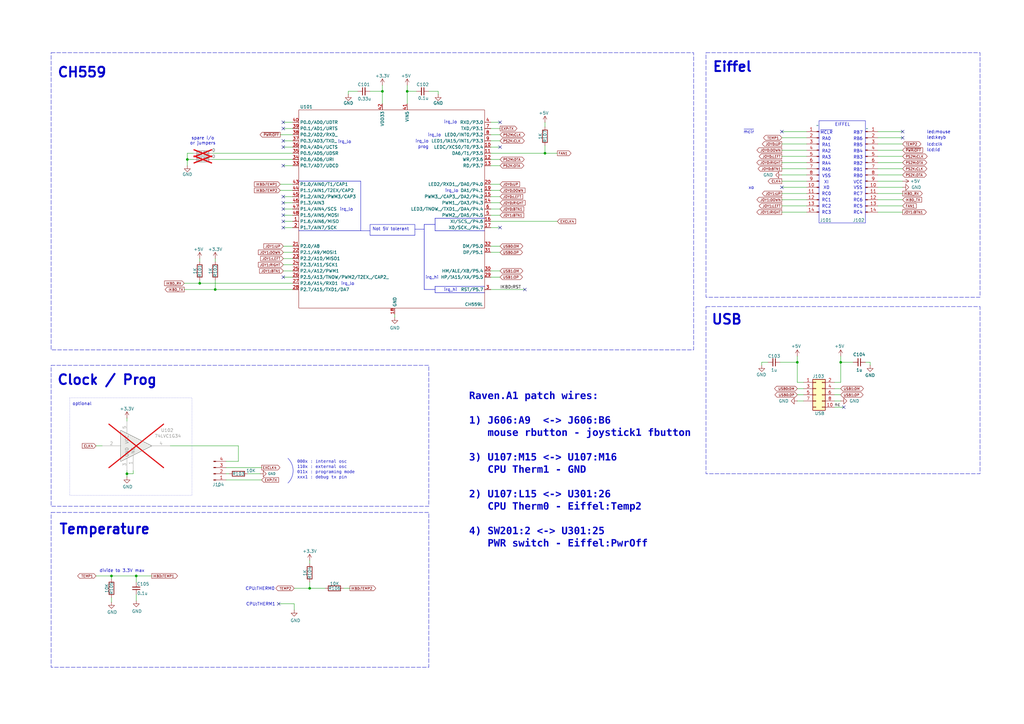
<source format=kicad_sch>
(kicad_sch (version 20250114) (generator "eeschema") (generator_version "9.0")
  (paper "A3")
  (title_block (title "CKBD") (date "2025") (rev "d") (company "Licensed under CERN-OHL-W v2") (comment 1 "(c)2025 Anders Granlund") (comment 3 "USB Eiffel replacement for Raven.A1"))
  (lib_symbols
    (symbol "68k:74LVC1G34"
      (property "Reference" "U" (at 0 7.62 0))
      (property "Value" "74LVC1G34" (at 5.08 -7.62 0))
      (symbol "74LVC1G34_0_1"
        (polyline (pts (xy -7.62 6.35) (xy -7.62 -6.35) (xy 5.08 0) (xy -7.62 6.35)) (stroke (width 0.254)) (fill (type background)))
      )
      (symbol "74LVC1G34_1_1"
        (pin input line (at -15.24 0 0) (length 7.62) (name "~") (number "2"))
        (pin power_in line (at -5.08 10.16 270) (length 5.08) (name "VCC") (number "5"))
        (pin power_in line (at -5.08 -10.16 90) (length 5.08) (name "GND") (number "3"))
        (pin free line (at -2.54 -10.16 90) (length 6.35) (name "NC") (number "1"))
        (pin output line (at 12.7 0 180) (length 7.62) (name "~") (number "4"))
      )
    )
    (symbol "68k:CH559L"
      (property "Reference" "U" (at 0 15.24 0))
      (property "Value" "CH559L" (at 70.358 -65.024 0))
      (symbol "CH559L_0_1"
        (rectangle (start -1.27 13.97) (end 74.93 -67.31))
      )
      (symbol "CH559L_1_1"
        (pin passive line (at -3.81 8.89 0) (length 2.54) (name "P0.0/AD0/UDTR") (number "40"))
        (pin passive line (at -3.81 6.35 0) (length 2.54) (name "P0.1/AD1/URTS") (number "39"))
        (pin passive line (at -3.81 3.81 0) (length 2.54) (name "P0.2/AD2/RXD_") (number "38"))
        (pin passive line (at -3.81 1.27 0) (length 2.54) (name "P0.3/AD3/TXD_") (number "37"))
        (pin passive line (at -3.81 -1.27 0) (length 2.54) (name "P0.4/AD4/UCTS") (number "36"))
        (pin passive line (at -3.81 -3.81 0) (length 2.54) (name "P0.5/AD5/UDSR") (number "35"))
        (pin passive line (at -3.81 -6.35 0) (length 2.54) (name "P0.6/AD6/URI") (number "34"))
        (pin passive line (at -3.81 -8.89 0) (length 2.54) (name "P0.7/AD7/UDCD") (number "33"))
        (pin passive line (at -3.81 -16.51 0) (length 2.54) (name "P1.0/AIN0/T1/CAP1") (number "43"))
        (pin passive line (at -3.81 -19.05 0) (length 2.54) (name "P1.1/AIN1/T2EX/CAP2") (number "44"))
        (pin passive line (at -3.81 -21.59 0) (length 2.54) (name "P1.2/AIN2/PWM3/CAP3") (number "45"))
        (pin passive line (at -3.81 -24.13 0) (length 2.54) (name "P1.3/AIN3") (number "46"))
        (pin passive line (at -3.81 -26.67 0) (length 2.54) (name "P1.4/AIN4/SCS") (number "47"))
        (pin passive line (at -3.81 -29.21 0) (length 2.54) (name "P1.5/AIN5/MOSI") (number "48"))
        (pin passive line (at -3.81 -31.75 0) (length 2.54) (name "P1.6/AIN6/MISO") (number "1"))
        (pin passive line (at -3.81 -34.29 0) (length 2.54) (name "P1.7/AIN7/SCK") (number "2"))
        (pin passive line (at -3.81 -41.91 0) (length 2.54) (name "P2.0/A8") (number "21"))
        (pin passive line (at -3.81 -44.45 0) (length 2.54) (name "P2.1/A9/MOSI1") (number "22"))
        (pin passive line (at -3.81 -46.99 0) (length 2.54) (name "P2.2/A10/MISO1") (number "23"))
        (pin passive line (at -3.81 -49.53 0) (length 2.54) (name "P2.3/A11/SCK1") (number "24"))
        (pin passive line (at -3.81 -52.07 0) (length 2.54) (name "P2.4/A12/PWM1") (number "25"))
        (pin passive line (at -3.81 -54.61 0) (length 2.54) (name "P2.5/A13/TNOW/PWM2/T2EX_/CAP2_") (number "26"))
        (pin passive line (at -3.81 -57.15 0) (length 2.54) (name "P2.6/A14/RXD1") (number "27"))
        (pin passive line (at -3.81 -59.69 0) (length 2.54) (name "P2.7/A15/TXD1/DA7") (number "28"))
        (pin passive line (at 33.02 16.51 270) (length 2.54) (name "VDD33") (number "42"))
        (pin passive line (at 38.1 -69.85 90) (length 2.54) (name "GND") (number "18"))
        (pin passive line (at 43.18 16.51 270) (length 2.54) (name "VIN5") (number "41"))
        (pin passive line (at 77.47 8.89 180) (length 2.54) (name "RXD/P3.0") (number "4"))
        (pin passive line (at 77.47 6.35 180) (length 2.54) (name "TXD/P3.1") (number "7"))
        (pin passive line (at 77.47 3.81 180) (length 2.54) (name "LED0/INT0/P3.2") (number "8"))
        (pin passive line (at 77.47 1.27 180) (length 2.54) (name "LED1/!A15/INT1/P3.3") (number "9"))
        (pin passive line (at 77.47 -1.27 180) (length 2.54) (name "LEDC/XCS0/T0/P3.4") (number "10"))
        (pin passive line (at 77.47 -3.81 180) (length 2.54) (name "DA6/T1/P3.5") (number "11"))
        (pin passive line (at 77.47 -6.35 180) (length 2.54) (name "WR/P3.6") (number "12"))
        (pin passive line (at 77.47 -8.89 180) (length 2.54) (name "RD/P3.7") (number "13"))
        (pin passive line (at 77.47 -16.51 180) (length 2.54) (name "LED2/RXD1_/DA0/P4.0") (number "20"))
        (pin passive line (at 77.47 -19.05 180) (length 2.54) (name "DA1/P4.1") (number "19"))
        (pin passive line (at 77.47 -21.59 180) (length 2.54) (name "PWM3_/CAP3_/DA2/P4.2") (number "15"))
        (pin passive line (at 77.47 -24.13 180) (length 2.54) (name "PWM1_/DA3/P4.3") (number "14"))
        (pin passive line (at 77.47 -26.67 180) (length 2.54) (name "LED3/TNOW_/TXD1_/DA4/P4.4") (number "6"))
        (pin passive line (at 77.47 -29.21 180) (length 2.54) (name "PWM2_/DA5/P4.5") (number "5"))
        (pin passive line (at 77.47 -31.75 180) (length 2.54) (name "XI/SCS_/P4.6") (number "16"))
        (pin passive line (at 77.47 -34.29 180) (length 2.54) (name "X0/SCK_/P4.7") (number "17"))
        (pin passive line (at 77.47 -41.91 180) (length 2.54) (name "DM/P5.0") (number "32"))
        (pin passive line (at 77.47 -44.45 180) (length 2.54) (name "DP/P5.1") (number "31"))
        (pin passive line (at 77.47 -52.07 180) (length 2.54) (name "HM/ALE/XB/P5.4") (number "30"))
        (pin passive line (at 77.47 -54.61 180) (length 2.54) (name "HP/!A15/XA/P5.5") (number "29"))
        (pin passive line (at 77.47 -59.69 180) (length 2.54) (name "RST/P5.7") (number "3"))
      )
    )
    (symbol "68k:USB2Header" (pin_names (offset 1.016) (hide yes))
      (property "Reference" "J" (at 1.27 7.62 0))
      (property "Value" "USB2Header" (at 1.27 -7.62 0))
      (symbol "USB2Header_1_1"
        (rectangle (start -1.27 6.35) (end 3.81 -6.35) (stroke (width 0.254)) (fill (type background)))
        (rectangle (start -1.27 5.207) (end 0 4.953) (stroke (width 0.1524)))
        (rectangle (start -1.27 2.667) (end 0 2.413) (stroke (width 0.1524)))
        (rectangle (start -1.27 0.127) (end 0 -0.127) (stroke (width 0.1524)))
        (rectangle (start -1.27 -2.413) (end 0 -2.667) (stroke (width 0.1524)))
        (rectangle (start -1.27 -4.953) (end 0 -5.207) (stroke (width 0.1524)))
        (rectangle (start 3.81 5.207) (end 2.54 4.953) (stroke (width 0.1524)))
        (rectangle (start 3.81 2.667) (end 2.54 2.413) (stroke (width 0.1524)))
        (rectangle (start 3.81 0.127) (end 2.54 -0.127) (stroke (width 0.1524)))
        (rectangle (start 3.81 -2.413) (end 2.54 -2.667) (stroke (width 0.1524)))
        (rectangle (start 3.81 -4.953) (end 2.54 -5.207) (stroke (width 0.1524)))
        (pin passive line (at -5.08 5.08 0) (length 3.81) (name "Pin_1") (number "1"))
        (pin passive line (at -5.08 2.54 0) (length 3.81) (name "Pin_3") (number "3"))
        (pin passive line (at -5.08 0 0) (length 3.81) (name "Pin_5") (number "5"))
        (pin passive line (at -5.08 -2.54 0) (length 3.81) (name "Pin_7") (number "7"))
        (pin passive line (at 7.62 5.08 180) (length 3.81) (name "Pin_2") (number "2"))
        (pin passive line (at 7.62 2.54 180) (length 3.81) (name "Pin_4") (number "4"))
        (pin passive line (at 7.62 0 180) (length 3.81) (name "Pin_6") (number "6"))
        (pin passive line (at 7.62 -2.54 180) (length 3.81) (name "Pin_8") (number "8"))
        (pin passive line (at 7.62 -5.08 180) (length 3.81) (name "Pin_10") (number "10"))
      )
    )
    (symbol "Connector:Conn_01x04_Pin" (pin_names (offset 1.016) (hide yes))
      (property "Reference" "J" (at 0 5.08 0))
      (property "Value" "Conn_01x04_Pin" (at 0 -7.62 0))
      (symbol "Conn_01x04_Pin_1_1"
        (rectangle (start 0.8636 2.667) (end 0 2.413) (stroke (width 0.1524)) (fill (type outline)))
        (rectangle (start 0.8636 0.127) (end 0 -0.127) (stroke (width 0.1524)) (fill (type outline)))
        (rectangle (start 0.8636 -2.413) (end 0 -2.667) (stroke (width 0.1524)) (fill (type outline)))
        (rectangle (start 0.8636 -4.953) (end 0 -5.207) (stroke (width 0.1524)) (fill (type outline)))
        (polyline (pts (xy 1.27 2.54) (xy 0.8636 2.54)) (stroke (width 0.1524)))
        (polyline (pts (xy 1.27 0) (xy 0.8636 0)) (stroke (width 0.1524)))
        (polyline (pts (xy 1.27 -2.54) (xy 0.8636 -2.54)) (stroke (width 0.1524)))
        (polyline (pts (xy 1.27 -5.08) (xy 0.8636 -5.08)) (stroke (width 0.1524)))
        (pin passive line (at 5.08 2.54 180) (length 3.81) (name "Pin_1") (number "1"))
        (pin passive line (at 5.08 0 180) (length 3.81) (name "Pin_2") (number "2"))
        (pin passive line (at 5.08 -2.54 180) (length 3.81) (name "Pin_3") (number "3"))
        (pin passive line (at 5.08 -5.08 180) (length 3.81) (name "Pin_4") (number "4"))
      )
    )
    (symbol "Connector:Conn_01x14_Pin" (pin_names (offset 1.016) (hide yes))
      (property "Reference" "J" (at 0 17.78 0))
      (property "Value" "Conn_01x14_Pin" (at 0 -20.32 0))
      (symbol "Conn_01x14_Pin_1_1"
        (rectangle (start 0.8636 15.367) (end 0 15.113) (stroke (width 0.1524)) (fill (type outline)))
        (rectangle (start 0.8636 12.827) (end 0 12.573) (stroke (width 0.1524)) (fill (type outline)))
        (rectangle (start 0.8636 10.287) (end 0 10.033) (stroke (width 0.1524)) (fill (type outline)))
        (rectangle (start 0.8636 7.747) (end 0 7.493) (stroke (width 0.1524)) (fill (type outline)))
        (rectangle (start 0.8636 5.207) (end 0 4.953) (stroke (width 0.1524)) (fill (type outline)))
        (rectangle (start 0.8636 2.667) (end 0 2.413) (stroke (width 0.1524)) (fill (type outline)))
        (rectangle (start 0.8636 0.127) (end 0 -0.127) (stroke (width 0.1524)) (fill (type outline)))
        (rectangle (start 0.8636 -2.413) (end 0 -2.667) (stroke (width 0.1524)) (fill (type outline)))
        (rectangle (start 0.8636 -4.953) (end 0 -5.207) (stroke (width 0.1524)) (fill (type outline)))
        (rectangle (start 0.8636 -7.493) (end 0 -7.747) (stroke (width 0.1524)) (fill (type outline)))
        (rectangle (start 0.8636 -10.033) (end 0 -10.287) (stroke (width 0.1524)) (fill (type outline)))
        (rectangle (start 0.8636 -12.573) (end 0 -12.827) (stroke (width 0.1524)) (fill (type outline)))
        (rectangle (start 0.8636 -15.113) (end 0 -15.367) (stroke (width 0.1524)) (fill (type outline)))
        (rectangle (start 0.8636 -17.653) (end 0 -17.907) (stroke (width 0.1524)) (fill (type outline)))
        (polyline (pts (xy 1.27 15.24) (xy 0.8636 15.24)) (stroke (width 0.1524)))
        (polyline (pts (xy 1.27 12.7) (xy 0.8636 12.7)) (stroke (width 0.1524)))
        (polyline (pts (xy 1.27 10.16) (xy 0.8636 10.16)) (stroke (width 0.1524)))
        (polyline (pts (xy 1.27 7.62) (xy 0.8636 7.62)) (stroke (width 0.1524)))
        (polyline (pts (xy 1.27 5.08) (xy 0.8636 5.08)) (stroke (width 0.1524)))
        (polyline (pts (xy 1.27 2.54) (xy 0.8636 2.54)) (stroke (width 0.1524)))
        (polyline (pts (xy 1.27 0) (xy 0.8636 0)) (stroke (width 0.1524)))
        (polyline (pts (xy 1.27 -2.54) (xy 0.8636 -2.54)) (stroke (width 0.1524)))
        (polyline (pts (xy 1.27 -5.08) (xy 0.8636 -5.08)) (stroke (width 0.1524)))
        (polyline (pts (xy 1.27 -7.62) (xy 0.8636 -7.62)) (stroke (width 0.1524)))
        (polyline (pts (xy 1.27 -10.16) (xy 0.8636 -10.16)) (stroke (width 0.1524)))
        (polyline (pts (xy 1.27 -12.7) (xy 0.8636 -12.7)) (stroke (width 0.1524)))
        (polyline (pts (xy 1.27 -15.24) (xy 0.8636 -15.24)) (stroke (width 0.1524)))
        (polyline (pts (xy 1.27 -17.78) (xy 0.8636 -17.78)) (stroke (width 0.1524)))
        (pin passive line (at 5.08 15.24 180) (length 3.81) (name "Pin_1") (number "1"))
        (pin passive line (at 5.08 12.7 180) (length 3.81) (name "Pin_2") (number "2"))
        (pin passive line (at 5.08 10.16 180) (length 3.81) (name "Pin_3") (number "3"))
        (pin passive line (at 5.08 7.62 180) (length 3.81) (name "Pin_4") (number "4"))
        (pin passive line (at 5.08 5.08 180) (length 3.81) (name "Pin_5") (number "5"))
        (pin passive line (at 5.08 2.54 180) (length 3.81) (name "Pin_6") (number "6"))
        (pin passive line (at 5.08 0 180) (length 3.81) (name "Pin_7") (number "7"))
        (pin passive line (at 5.08 -2.54 180) (length 3.81) (name "Pin_8") (number "8"))
        (pin passive line (at 5.08 -5.08 180) (length 3.81) (name "Pin_9") (number "9"))
        (pin passive line (at 5.08 -7.62 180) (length 3.81) (name "Pin_10") (number "10"))
        (pin passive line (at 5.08 -10.16 180) (length 3.81) (name "Pin_11") (number "11"))
        (pin passive line (at 5.08 -12.7 180) (length 3.81) (name "Pin_12") (number "12"))
        (pin passive line (at 5.08 -15.24 180) (length 3.81) (name "Pin_13") (number "13"))
        (pin passive line (at 5.08 -17.78 180) (length 3.81) (name "Pin_14") (number "14"))
      )
    )
    (symbol "Device:R" (pin_numbers (hide yes)) (pin_names (offset 0))
      (property "Reference" "R" (at 2.032 0 90))
      (property "Value" "R" (at 0 0 90))
      (symbol "R_0_1"
        (rectangle (start -1.016 -2.54) (end 1.016 2.54) (stroke (width 0.254)))
      )
      (symbol "R_1_1"
        (pin passive line (at 0 3.81 270) (length 1.27) (name "~") (number "1"))
        (pin passive line (at 0 -3.81 90) (length 1.27) (name "~") (number "2"))
      )
    )
    (symbol "c_100nf_smd1206_1" (pin_numbers (hide yes)) (pin_names (offset 0.254) (hide yes))
      (property "Reference" "C" (at 0.635 1.905 0))
      (property "Value" "0.1u" (at 0.635 -1.905 0))
      (symbol "c_100nf_smd1206_1_0_1"
        (polyline (pts (xy -1.524 0.508) (xy 1.524 0.508)) (stroke (width 0.3048)))
        (polyline (pts (xy -1.524 -0.508) (xy 1.524 -0.508)) (stroke (width 0.3302)))
      )
      (symbol "c_100nf_smd1206_1_1_1"
        (pin passive line (at 0 2.54 270) (length 2.032) (name "~") (number "1"))
        (pin passive line (at 0 -2.54 90) (length 2.032) (name "~") (number "2"))
      )
    )
    (symbol "power:+3.3V" (power) (pin_numbers (hide yes)) (pin_names (offset 0) (hide yes))
      (property "Value" "+3.3V" (at 0 3.556 0))
      (symbol "+3.3V_0_1"
        (polyline (pts (xy -0.762 1.27) (xy 0 2.54)))
        (polyline (pts (xy 0 2.54) (xy 0.762 1.27)))
        (polyline (pts (xy 0 0) (xy 0 2.54)))
      )
      (symbol "+3.3V_1_1"
        (pin power_in line (at 0 0 90) (length 0) (name "~") (number "1"))
      )
    )
    (symbol "power:+5V" (power) (pin_numbers (hide yes)) (pin_names (offset 0) (hide yes))
      (property "Value" "+5V" (at 0 3.556 0))
      (symbol "+5V_0_1"
        (polyline (pts (xy -0.762 1.27) (xy 0 2.54)))
        (polyline (pts (xy 0 2.54) (xy 0.762 1.27)))
        (polyline (pts (xy 0 0) (xy 0 2.54)))
      )
      (symbol "+5V_1_1"
        (pin power_in line (at 0 0 90) (length 0) (name "~") (number "1"))
      )
    )
    (symbol "power:GND" (power) (pin_numbers (hide yes)) (pin_names (offset 0) (hide yes))
      (property "Value" "GND" (at 0 -3.81 0))
      (symbol "GND_0_1"
        (polyline (pts (xy 0 0) (xy 0 -1.27) (xy 1.27 -1.27) (xy 0 -2.54) (xy -1.27 -1.27) (xy 0 -1.27)))
      )
      (symbol "GND_1_1"
        (pin power_in line (at 0 0 270) (length 0) (name "~") (number "1"))
      )
    )
  )
  (rectangle (start 335.915 49.53) (end 354.965 91.44))
  (rectangle (start 147.955 74.295) (end 147.955 94.615))
  (rectangle (start 289.56 21.59) (end 401.955 121.92) (stroke (width 0) (type dash)))
  (rectangle (start 122.555 74.2696) (end 147.955 74.295))
  (rectangle (start 147.955 94.615) (end 151.765 94.615))
  (rectangle (start 178.435 117.475) (end 198.755 117.5004))
  (rectangle (start 178.435 89.535) (end 198.755 89.5604))
  (rectangle (start 173.9646 92.075) (end 173.99 118.745))
  (rectangle (start 173.99 118.7196) (end 178.435 118.745))
  (rectangle (start 170.18 93.98) (end 173.99 93.98))
  (rectangle (start 20.955 149.86) (end 175.895 207.645) (stroke (width 0) (type dash)))
  (rectangle (start 173.99 92.0496) (end 178.435 92.075))
  (rectangle (start 178.435 117.475) (end 178.4604 120.015))
  (rectangle (start 20.955 21.59) (end 284.48 143.51) (stroke (width 0) (type dash)))
  (rectangle (start 178.435 89.535) (end 178.4604 94.615))
  (rectangle (start 28.575 163.195) (end 78.74 203.2) (stroke (width 0) (type dot)))
  (rectangle (start 178.435 120.015) (end 198.755 120.0404))
  (arc (start 118.11 187.96) (mid 120.2143 193.04) (end 118.11 198.12))
  (rectangle (start 289.56 125.73) (end 401.955 194.31) (stroke (width 0) (type dash)))
  (rectangle (start 122.555 94.5896) (end 147.955 94.615))
  (rectangle (start 20.955 210.185) (end 175.895 273.685) (stroke (width 0) (type dash)))
  (rectangle (start 178.435 94.615) (end 198.755 94.6404))
  (text "RC7" (at 351.917 79.629 0) (effects (font (size 1.27 1.27))))
  (text "XI" (at 338.963 74.803 0) (effects (font (size 1.27 1.27))))
  (text "EIFFEL" (at 345.567 51.181 0) (effects (font (size 1.27 1.27))))
  (text "RB6" (at 351.917 57.023 0) (effects (font (size 1.27 1.27))))
  (text "RC4" (at 351.917 87.249 0) (effects (font (size 1.27 1.27))))
  (text "irq_lo" (at 142.621 116.459 0) (effects (font (size 1.27 1.27))))
  (text "irq_lo" (at 142.113 85.979 0) (effects (font (size 1.27 1.27))))
  (text "RA4" (at 338.963 67.183 0) (effects (font (size 1.27 1.27))))
  (text "RA0" (at 338.963 57.023 0) (effects (font (size 1.27 1.27))))
  (text "VCC" (at 351.917 74.803 0) (effects (font (size 1.27 1.27))))
  (text "irq_lo" (at 141.351 58.293 0) (effects (font (size 1.27 1.27))))
  (text "RB2" (at 351.917 67.183 0) (effects (font (size 1.27 1.27))))
  (text "RB5" (at 351.917 59.563 0) (effects (font (size 1.27 1.27))))
  (text "RB7" (at 351.917 54.483 0) (effects (font (size 1.27 1.27))))
  (text "RC0" (at 338.963 79.629 0) (effects (font (size 1.27 1.27))))
  (text "RB1" (at 351.917 69.723 0) (effects (font (size 1.27 1.27))))
  (text "Eiffel" (at 300.355 27.559 0) (effects (font (size 4 4) (thickness 0.8) (bold yes))))
  (text "irq_hi" (at 184.785 118.999 0) (effects (font (size 1.27 1.27))))
  (text "irq_lo" (at 184.785 50.165 0) (effects (font (size 1.27 1.27))))
  (text "~{MCLR}" (at 338.963 54.483 0) (effects (font (size 1.27 1.27))))
  (text "irq_lo" (at 185.293 78.359 0) (effects (font (size 1.27 1.27))))
  (text "led:keyb" (at 380.111 56.515 0) (effects (font (size 1.27 1.27)) (justify left)))
  (text "lcd:clk" (at 380.111 59.309 0) (effects (font (size 1.27 1.27)) (justify left)))
  (text "CH559" (at 33.655 29.845 0) (effects (font (size 4 4) (thickness 0.8) (bold yes))))
  (text "USB" (at 298.069 131.191 0) (effects (font (size 4 4) (thickness 0.8) (bold yes))))
  (text "RB4" (at 351.917 62.103 0) (effects (font (size 1.27 1.27))))
  (text "xo" (at 306.959 77.089 0) (effects (font (size 1.27 1.27)) (justify left)))
  (text "lcd:ld" (at 380.111 61.595 0) (effects (font (size 1.27 1.27)) (justify left)))
  (text "RC3" (at 338.963 87.249 0) (effects (font (size 1.27 1.27))))
  (text "000x : internal osc\n110x : external osc\n011x : programing mode\nxxx1 : debug tx pin" (at 121.92 193.04 0) (effects (font (size 1.27 1.27)) (justify left)))
  (text "CPU:THERM1" (at 106.934 247.904 0) (effects (font (size 1.27 1.27))))
  (text "divide to 3.3V max" (at 50.038 234.188 0) (effects (font (size 1.27 1.27))))
  (text "irq_lo" (at 178.181 55.499 0) (effects (font (size 1.27 1.27))))
  (text "RB0" (at 351.917 72.263 0) (effects (font (size 1.27 1.27))))
  (text "RC6" (at 351.917 82.169 0) (effects (font (size 1.27 1.27))))
  (text "Temperature" (at 42.926 217.17 0) (effects (font (size 4 4) (thickness 0.8) (bold yes))))
  (text "CPU:THERM0" (at 106.68 241.554 0) (effects (font (size 1.27 1.27))))
  (text "RA3" (at 338.963 64.643 0) (effects (font (size 1.27 1.27))))
  (text "RA2" (at 338.963 62.103 0) (effects (font (size 1.27 1.27))))
  (text "prog" (at 173.609 60.325 0) (effects (font (size 1.27 1.27))))
  (text "VSS" (at 351.917 77.089 0) (effects (font (size 1.27 1.27))))
  (text "led:mouse" (at 380.111 54.229 0) (effects (font (size 1.27 1.27)) (justify left)))
  (text "RB3" (at 351.917 64.643 0) (effects (font (size 1.27 1.27))))
  (text "RC2" (at 338.963 84.709 0) (effects (font (size 1.27 1.27))))
  (text "Clock / Prog" (at 43.942 155.956 0) (effects (font (size 4 4) (thickness 0.8) (bold yes))))
  (text "RA5" (at 338.963 69.723 0) (effects (font (size 1.27 1.27))))
  (text "RA1" (at 338.963 59.563 0) (effects (font (size 1.27 1.27))))
  (text "spare i/o\nor jumpers" (at 83.185 57.785 0) (effects (font (size 1.27 1.27))))
  (text "~{mclr}" (at 304.927 54.229 0) (effects (font (size 1.27 1.27)) (justify left)))
  (text "RC5" (at 351.917 84.709 0) (effects (font (size 1.27 1.27))))
  (text "irq_hi" (at 177.165 113.919 0) (effects (font (size 1.27 1.27))))
  (text "optional" (at 33.655 165.735 0) (effects (font (size 1.27 1.27))))
  (text "irq_lo" (at 173.101 58.039 0) (effects (font (size 1.27 1.27))))
  (text "X0" (at 338.963 77.089 0) (effects (font (size 1.27 1.27))))
  (text "Raven.A1 patch wires:\n\n1) J606:A9  <-> J606:B6\n   mouse rbutton - joystick1 fbutton\n\n3) U107:M15 <-> U107:M16\n   CPU Therm1 - GND\n\n2) U107:L15 <-> U301:26\n   CPU Therm0 - Eiffel:Temp2\n\n4) SW201:2 <-> U301:25\n   PWR switch - Eiffel:PwrOff\n" (at 192.405 193.675 0) (effects (font (size 3 3) (bold yes)) (justify left)))
  (text "RC1" (at 338.963 82.169 0) (effects (font (size 1.27 1.27))))
  (text "VSS" (at 338.963 72.263 0) (effects (font (size 1.27 1.27))))
  (text_box "Not 5V tolerant" (at 151.765 92.075 0) (size 18.415 4.445) (margins 0.9525 0.9525 0.9525 0.9525) (effects (font (size 1.27 1.27)) (justify left top)))
  (junction (at 76.835 65.405))
  (junction (at 127 241.3))
  (junction (at 223.52 62.865))
  (junction (at 167.005 37.465))
  (junction (at 45.72 236.22))
  (junction (at 88.265 118.745))
  (junction (at 55.88 236.22))
  (junction (at 52.07 194.31))
  (junction (at 327.025 148.59))
  (junction (at 81.915 116.205))
  (junction (at 344.805 148.59))
  (junction (at 156.845 37.465))
  (no_connect (at 346.075 167.005))
  (no_connect (at 116.205 93.345))
  (no_connect (at 215.265 118.745))
  (no_connect (at 205.105 60.325))
  (no_connect (at 370.205 53.975))
  (no_connect (at 205.105 93.345))
  (no_connect (at 320.675 53.975))
  (no_connect (at 116.205 90.805))
  (no_connect (at 116.205 83.185))
  (no_connect (at 116.205 60.325))
  (no_connect (at 116.205 88.265))
  (no_connect (at 370.205 56.515))
  (no_connect (at 116.205 52.705))
  (no_connect (at 205.105 50.165))
  (no_connect (at 320.675 76.835))
  (no_connect (at 116.205 67.945))
  (no_connect (at 116.205 57.785))
  (no_connect (at 116.205 50.165))
  (no_connect (at 116.205 80.645))
  (no_connect (at 116.205 85.725))
  (no_connect (at 116.205 113.665))
  (no_connect (at 114.3 247.65))
  (wire (pts (xy 120.015 103.505) (xy 116.205 103.505)))
  (wire (pts (xy 360.045 59.055) (xy 370.205 59.055)))
  (wire (pts (xy 344.805 148.59) (xy 349.885 148.59)))
  (wire (pts (xy 116.205 83.185) (xy 120.015 83.185)))
  (wire (pts (xy 97.79 182.88) (xy 97.79 189.23)))
  (wire (pts (xy 120.015 113.665) (xy 116.205 113.665)))
  (wire (pts (xy 346.075 167.005) (xy 342.265 167.005)))
  (wire (pts (xy 114.935 55.245) (xy 120.015 55.245)))
  (wire (pts (xy 223.52 59.69) (xy 223.52 62.865)))
  (wire (pts (xy 327.025 148.59) (xy 327.025 156.845)))
  (wire (pts (xy 320.675 79.375) (xy 330.835 79.375)))
  (wire (pts (xy 327.025 164.465) (xy 329.565 164.465)))
  (wire (pts (xy 223.52 50.165) (xy 223.52 52.07)))
  (wire (pts (xy 167.005 37.465) (xy 167.005 42.545)))
  (wire (pts (xy 360.045 81.915) (xy 370.205 81.915)))
  (wire (pts (xy 320.04 148.59) (xy 327.025 148.59)))
  (wire (pts (xy 88.265 114.935) (xy 88.265 118.745)))
  (wire (pts (xy 360.045 53.975) (xy 370.205 53.975)))
  (wire (pts (xy 120.015 108.585) (xy 116.205 108.585)))
  (wire (pts (xy 69.85 182.88) (xy 97.79 182.88)))
  (wire (pts (xy 344.805 146.05) (xy 344.805 148.59)))
  (wire (pts (xy 116.205 67.945) (xy 120.015 67.945)))
  (wire (pts (xy 127 241.3) (xy 133.35 241.3)))
  (wire (pts (xy 312.42 148.59) (xy 312.42 149.86)))
  (wire (pts (xy 201.295 62.865) (xy 223.52 62.865)))
  (wire (pts (xy 54.61 194.31) (xy 52.07 194.31)))
  (wire (pts (xy 360.045 74.295) (xy 370.205 74.295)))
  (wire (pts (xy 201.295 103.505) (xy 205.105 103.505)))
  (wire (pts (xy 81.915 106.045) (xy 81.915 107.315)))
  (wire (pts (xy 201.295 93.345) (xy 205.105 93.345)))
  (wire (pts (xy 360.045 79.375) (xy 370.205 79.375)))
  (wire (pts (xy 116.205 50.165) (xy 120.015 50.165)))
  (wire (pts (xy 201.295 78.105) (xy 205.105 78.105)))
  (wire (pts (xy 360.045 64.135) (xy 370.205 64.135)))
  (wire (pts (xy 142.875 37.465) (xy 146.685 37.465)))
  (wire (pts (xy 76.835 65.405) (xy 79.375 65.405)))
  (wire (pts (xy 360.045 61.595) (xy 370.205 61.595)))
  (wire (pts (xy 201.295 118.745) (xy 215.265 118.745)))
  (wire (pts (xy 360.045 56.515) (xy 370.205 56.515)))
  (wire (pts (xy 360.045 86.995) (xy 370.205 86.995)))
  (wire (pts (xy 76.835 62.865) (xy 76.835 65.405)))
  (wire (pts (xy 320.675 76.835) (xy 330.835 76.835)))
  (wire (pts (xy 327.025 156.845) (xy 329.565 156.845)))
  (wire (pts (xy 39.37 182.88) (xy 41.91 182.88)))
  (wire (pts (xy 320.675 69.215) (xy 330.835 69.215)))
  (wire (pts (xy 101.6 194.31) (xy 106.68 194.31)))
  (wire (pts (xy 327.025 146.05) (xy 327.025 148.59)))
  (wire (pts (xy 86.995 62.865) (xy 120.015 62.865)))
  (wire (pts (xy 88.265 106.045) (xy 88.265 107.315)))
  (wire (pts (xy 45.72 245.11) (xy 45.72 247.015)))
  (wire (pts (xy 320.675 66.675) (xy 330.835 66.675)))
  (wire (pts (xy 116.205 60.325) (xy 120.015 60.325)))
  (wire (pts (xy 344.805 161.925) (xy 342.265 161.925)))
  (wire (pts (xy 201.295 60.325) (xy 205.105 60.325)))
  (wire (pts (xy 320.675 71.755) (xy 330.835 71.755)))
  (wire (pts (xy 327.025 161.925) (xy 329.565 161.925)))
  (wire (pts (xy 201.295 75.565) (xy 205.105 75.565)))
  (wire (pts (xy 127 238.76) (xy 127 241.3)))
  (wire (pts (xy 314.96 148.59) (xy 312.42 148.59)))
  (wire (pts (xy 79.375 62.865) (xy 76.835 62.865)))
  (wire (pts (xy 320.675 84.455) (xy 330.835 84.455)))
  (wire (pts (xy 320.675 56.515) (xy 330.835 56.515)))
  (wire (pts (xy 114.935 75.565) (xy 120.015 75.565)))
  (wire (pts (xy 320.675 59.055) (xy 330.835 59.055)))
  (wire (pts (xy 114.3 247.65) (xy 120.65 247.65)))
  (wire (pts (xy 354.965 148.59) (xy 356.87 148.59)))
  (wire (pts (xy 76.835 67.945) (xy 76.835 65.405)))
  (wire (pts (xy 116.205 85.725) (xy 120.015 85.725)))
  (wire (pts (xy 54.61 193.04) (xy 54.61 194.31)))
  (wire (pts (xy 120.65 247.65) (xy 120.65 250.19)))
  (wire (pts (xy 201.295 67.945) (xy 205.105 67.945)))
  (wire (pts (xy 75.565 116.205) (xy 81.915 116.205)))
  (wire (pts (xy 327.025 159.385) (xy 329.565 159.385)))
  (wire (pts (xy 201.295 83.185) (xy 205.105 83.185)))
  (wire (pts (xy 88.265 118.745) (xy 120.015 118.745)))
  (wire (pts (xy 116.205 57.785) (xy 120.015 57.785)))
  (wire (pts (xy 116.205 88.265) (xy 120.015 88.265)))
  (wire (pts (xy 116.205 93.345) (xy 120.015 93.345)))
  (wire (pts (xy 52.07 193.04) (xy 52.07 194.31)))
  (wire (pts (xy 45.72 236.22) (xy 45.72 237.49)))
  (wire (pts (xy 116.205 80.645) (xy 120.015 80.645)))
  (wire (pts (xy 360.045 76.835) (xy 370.205 76.835)))
  (wire (pts (xy 201.295 52.705) (xy 205.105 52.705)))
  (wire (pts (xy 360.045 84.455) (xy 370.205 84.455)))
  (wire (pts (xy 175.895 37.465) (xy 179.705 37.465)))
  (wire (pts (xy 201.295 55.245) (xy 205.105 55.245)))
  (wire (pts (xy 201.295 50.165) (xy 205.105 50.165)))
  (wire (pts (xy 142.875 37.465) (xy 142.875 38.735)))
  (wire (pts (xy 201.295 100.965) (xy 205.105 100.965)))
  (wire (pts (xy 342.265 159.385) (xy 344.805 159.385)))
  (wire (pts (xy 223.52 62.865) (xy 228.6 62.865)))
  (wire (pts (xy 81.915 114.935) (xy 81.915 116.205)))
  (wire (pts (xy 320.675 53.975) (xy 330.835 53.975)))
  (wire (pts (xy 344.805 148.59) (xy 344.805 156.845)))
  (wire (pts (xy 120.65 241.3) (xy 127 241.3)))
  (wire (pts (xy 167.005 37.465) (xy 170.815 37.465)))
  (wire (pts (xy 156.845 34.925) (xy 156.845 37.465)))
  (wire (pts (xy 45.72 236.22) (xy 55.88 236.22)))
  (wire (pts (xy 92.71 191.77) (xy 107.315 191.77)))
  (wire (pts (xy 39.37 236.22) (xy 45.72 236.22)))
  (wire (pts (xy 52.07 171.45) (xy 52.07 172.72)))
  (wire (pts (xy 55.88 236.22) (xy 62.23 236.22)))
  (wire (pts (xy 320.675 74.295) (xy 330.835 74.295)))
  (wire (pts (xy 201.295 65.405) (xy 205.105 65.405)))
  (wire (pts (xy 201.295 111.125) (xy 205.105 111.125)))
  (wire (pts (xy 201.295 90.805) (xy 228.6 90.805)))
  (wire (pts (xy 140.97 241.3) (xy 143.51 241.3)))
  (wire (pts (xy 81.915 116.205) (xy 120.015 116.205)))
  (wire (pts (xy 179.705 37.465) (xy 179.705 38.735)))
  (wire (pts (xy 201.295 85.725) (xy 205.105 85.725)))
  (wire (pts (xy 55.88 243.84) (xy 55.88 246.38)))
  (wire (pts (xy 342.265 164.465) (xy 344.805 164.465)))
  (wire (pts (xy 320.675 61.595) (xy 330.835 61.595)))
  (wire (pts (xy 344.805 156.845) (xy 342.265 156.845)))
  (wire (pts (xy 116.205 90.805) (xy 120.015 90.805)))
  (wire (pts (xy 360.045 71.755) (xy 370.205 71.755)))
  (wire (pts (xy 201.295 88.265) (xy 205.105 88.265)))
  (wire (pts (xy 360.045 66.675) (xy 370.205 66.675)))
  (wire (pts (xy 201.295 113.665) (xy 205.105 113.665)))
  (wire (pts (xy 55.88 236.22) (xy 55.88 238.76)))
  (wire (pts (xy 127 229.87) (xy 127 231.14)))
  (wire (pts (xy 120.015 111.125) (xy 116.205 111.125)))
  (wire (pts (xy 116.205 52.705) (xy 120.015 52.705)))
  (wire (pts (xy 97.79 189.23) (xy 92.71 189.23)))
  (wire (pts (xy 201.295 80.645) (xy 205.105 80.645)))
  (wire (pts (xy 92.71 194.31) (xy 93.98 194.31)))
  (wire (pts (xy 167.005 34.925) (xy 167.005 37.465)))
  (wire (pts (xy 320.675 64.135) (xy 330.835 64.135)))
  (wire (pts (xy 161.925 128.905) (xy 161.925 130.175)))
  (wire (pts (xy 52.07 194.31) (xy 52.07 195.58)))
  (wire (pts (xy 151.765 37.465) (xy 156.845 37.465)))
  (wire (pts (xy 120.015 106.045) (xy 116.205 106.045)))
  (wire (pts (xy 116.205 100.965) (xy 120.015 100.965)))
  (wire (pts (xy 86.995 65.405) (xy 120.015 65.405)))
  (wire (pts (xy 75.565 118.745) (xy 88.265 118.745)))
  (wire (pts (xy 360.045 69.215) (xy 370.205 69.215)))
  (wire (pts (xy 201.295 57.785) (xy 205.105 57.785)))
  (wire (pts (xy 114.935 78.105) (xy 120.015 78.105)))
  (wire (pts (xy 320.675 86.995) (xy 330.835 86.995)))
  (wire (pts (xy 156.845 37.465) (xy 156.845 42.545)))
  (wire (pts (xy 320.675 81.915) (xy 330.835 81.915)))
  (wire (pts (xy 356.87 148.59) (xy 356.87 149.86)))
  (wire (pts (xy 92.71 196.85) (xy 107.315 196.85)))
  (label "nc" (at 342.265 167.005 0))
  (label "IKBD:RST" (at 205.105 118.745 0))
  (global_label "PS2M:DTA" (shape bidirectional) (at 205.105 65.405 0) (effects (font (size 1 1))) (property "Intersheetrefs" "${INTERSHEET_REFS}" (effects (hide yes))))
  (global_label "USB1:DM" (shape bidirectional) (at 205.105 111.125 0) (effects (font (size 1 1))) (property "Intersheetrefs" "${INTERSHEET_REFS}" (effects (hide yes))))
  (global_label "JOY1:BTN1" (shape output) (at 370.205 86.995 0) (effects (font (size 1 1))) (property "Intersheetrefs" "${INTERSHEET_REFS}" (effects (hide yes))))
  (global_label "IKBD_RX" (shape output) (at 370.205 79.375 0) (effects (font (size 1 1))) (property "Intersheetrefs" "${INTERSHEET_REFS}" (effects (hide yes))))
  (global_label "IKBD_RX" (shape input) (at 75.565 116.205 180) (effects (font (size 1 1))) (property "Intersheetrefs" "${INTERSHEET_REFS}" (effects (hide yes))))
  (global_label "USB0:DM" (shape bidirectional) (at 205.105 100.965 0) (effects (font (size 1 1))) (property "Intersheetrefs" "${INTERSHEET_REFS}" (effects (hide yes))))
  (global_label "JOY0:UP" (shape output) (at 320.675 59.055 180) (effects (font (size 1 1))) (property "Intersheetrefs" "${INTERSHEET_REFS}" (effects (hide yes))))
  (global_label "JOY0:BTN1" (shape output) (at 320.675 69.215 180) (effects (font (size 1 1))) (property "Intersheetrefs" "${INTERSHEET_REFS}" (effects (hide yes))))
  (global_label "USB1:DM" (shape bidirectional) (at 344.805 159.385 0) (effects (font (size 1 1))) (property "Intersheetrefs" "${INTERSHEET_REFS}" (effects (hide yes))))
  (global_label "JOY1:RIGHT" (shape input) (at 116.205 108.585 180) (effects (font (size 1 1))) (property "Intersheetrefs" "${INTERSHEET_REFS}" (effects (hide yes))))
  (global_label "JOY0:LEFT" (shape input) (at 205.105 80.645 0) (effects (font (size 1 1))) (property "Intersheetrefs" "${INTERSHEET_REFS}" (effects (hide yes))))
  (global_label "JOY0:RIGHT" (shape input) (at 205.105 83.185 0) (effects (font (size 1 1))) (property "Intersheetrefs" "${INTERSHEET_REFS}" (effects (hide yes))))
  (global_label "JOY0:BTN1" (shape input) (at 205.105 85.725 0) (effects (font (size 1 1))) (property "Intersheetrefs" "${INTERSHEET_REFS}" (effects (hide yes))))
  (global_label "FAN1" (shape input) (at 370.205 84.455 0) (effects (font (size 1 1))) (property "Intersheetrefs" "${INTERSHEET_REFS}" (effects (hide yes))))
  (global_label "PS2K:DTA" (shape bidirectional) (at 205.105 67.945 0) (effects (font (size 1 1))) (property "Intersheetrefs" "${INTERSHEET_REFS}" (effects (hide yes))))
  (global_label "JOY1:LEFT" (shape input) (at 116.205 106.045 180) (effects (font (size 1 1))) (property "Intersheetrefs" "${INTERSHEET_REFS}" (effects (hide yes))))
  (global_label "JOY1:UP" (shape input) (at 116.205 100.965 180) (effects (font (size 1 1))) (property "Intersheetrefs" "${INTERSHEET_REFS}" (effects (hide yes))))
  (global_label "USB0:DP" (shape bidirectional) (at 327.025 161.925 180) (effects (font (size 1 1))) (property "Intersheetrefs" "${INTERSHEET_REFS}" (effects (hide yes))))
  (global_label "JOY1:UP" (shape output) (at 320.675 79.375 180) (effects (font (size 1 1))) (property "Intersheetrefs" "${INTERSHEET_REFS}" (effects (hide yes))))
  (global_label "~{PWR:OFF}" (shape input) (at 370.205 61.595 0) (effects (font (size 1 1))) (property "Intersheetrefs" "${INTERSHEET_REFS}" (effects (hide yes))))
  (global_label "IKBD:TEMP1" (shape input) (at 114.935 75.565 180) (effects (font (size 1 1))) (property "Intersheetrefs" "${INTERSHEET_REFS}" (effects (hide yes))))
  (global_label "PS2M:DTA" (shape bidirectional) (at 370.205 66.675 0) (effects (font (size 1 1))) (property "Intersheetrefs" "${INTERSHEET_REFS}" (effects (hide yes))))
  (global_label "PS2K:CLK" (shape bidirectional) (at 370.205 69.215 0) (effects (font (size 1 1))) (property "Intersheetrefs" "${INTERSHEET_REFS}" (effects (hide yes))))
  (global_label "IKBD_TX" (shape input) (at 370.205 81.915 0) (effects (font (size 1 1))) (property "Intersheetrefs" "${INTERSHEET_REFS}" (effects (hide yes))))
  (global_label "~{PWR:OFF}" (shape output) (at 114.935 55.245 180) (effects (font (size 1 1))) (property "Intersheetrefs" "${INTERSHEET_REFS}" (effects (hide yes))))
  (global_label "USB1:DP" (shape bidirectional) (at 344.805 161.925 0) (effects (font (size 1 1))) (property "Intersheetrefs" "${INTERSHEET_REFS}" (effects (hide yes))))
  (global_label "TEMP1" (shape bidirectional) (at 320.675 56.515 180) (effects (font (size 1 1))) (property "Intersheetrefs" "${INTERSHEET_REFS}" (effects (hide yes))))
  (global_label "CLK4" (shape input) (at 39.37 182.88 180) (effects (font (size 1 1))) (property "Intersheetrefs" "${INTERSHEET_REFS}" (effects (hide yes))))
  (global_label "IKBD:TEMP2" (shape input) (at 114.935 78.105 180) (effects (font (size 1 1))) (property "Intersheetrefs" "${INTERSHEET_REFS}" (effects (hide yes))))
  (global_label "JOY1:BTN1" (shape input) (at 116.205 111.125 180) (effects (font (size 1 1))) (property "Intersheetrefs" "${INTERSHEET_REFS}" (effects (hide yes))))
  (global_label "JOY0:LEFT" (shape output) (at 320.675 64.135 180) (effects (font (size 1 1))) (property "Intersheetrefs" "${INTERSHEET_REFS}" (effects (hide yes))))
  (global_label "USB0:DM" (shape bidirectional) (at 327.025 159.385 180) (effects (font (size 1 1))) (property "Intersheetrefs" "${INTERSHEET_REFS}" (effects (hide yes))))
  (global_label "JOY1:LEFT" (shape output) (at 320.675 84.455 180) (effects (font (size 1 1))) (property "Intersheetrefs" "${INTERSHEET_REFS}" (effects (hide yes))))
  (global_label "EXCLK4" (shape output) (at 107.315 191.77 0) (effects (font (size 1 1))) (property "Intersheetrefs" "${INTERSHEET_REFS}" (effects (hide yes))))
  (global_label "JOY0:DOWN" (shape output) (at 320.675 61.595 180) (effects (font (size 1 1))) (property "Intersheetrefs" "${INTERSHEET_REFS}" (effects (hide yes))))
  (global_label "JOY1:DOWN" (shape input) (at 116.205 103.505 180) (effects (font (size 1 1))) (property "Intersheetrefs" "${INTERSHEET_REFS}" (effects (hide yes))))
  (global_label "JOY0:DOWN" (shape input) (at 205.105 78.105 0) (effects (font (size 1 1))) (property "Intersheetrefs" "${INTERSHEET_REFS}" (effects (hide yes))))
  (global_label "CLK4" (shape output) (at 320.675 74.295 180) (effects (font (size 1 1))) (property "Intersheetrefs" "${INTERSHEET_REFS}" (effects (hide yes))))
  (global_label "IKBD_TX" (shape output) (at 75.565 118.745 180) (effects (font (size 1 1))) (property "Intersheetrefs" "${INTERSHEET_REFS}" (effects (hide yes))))
  (global_label "JOY1:BTN1" (shape input) (at 205.105 88.265 0) (effects (font (size 1 1))) (property "Intersheetrefs" "${INTERSHEET_REFS}" (effects (hide yes))))
  (global_label "FAN1" (shape output) (at 228.6 62.865 0) (effects (font (size 1 1))) (property "Intersheetrefs" "${INTERSHEET_REFS}" (effects (hide yes))))
  (global_label "EXP:TX" (shape output) (at 205.105 52.705 0) (effects (font (size 1 1))) (property "Intersheetrefs" "${INTERSHEET_REFS}" (effects (hide yes))))
  (global_label "TEMP1" (shape bidirectional) (at 39.37 236.22 180) (effects (font (size 1 1))) (property "Intersheetrefs" "${INTERSHEET_REFS}" (effects (hide yes))))
  (global_label "JOY1:DOWN" (shape output) (at 320.675 81.915 180) (effects (font (size 1 1))) (property "Intersheetrefs" "${INTERSHEET_REFS}" (effects (hide yes))))
  (global_label "TEMP2" (shape bidirectional) (at 370.205 59.055 0) (effects (font (size 1 1))) (property "Intersheetrefs" "${INTERSHEET_REFS}" (effects (hide yes))))
  (global_label "USB0:DP" (shape bidirectional) (at 205.105 103.505 0) (effects (font (size 1 1))) (property "Intersheetrefs" "${INTERSHEET_REFS}" (effects (hide yes))))
  (global_label "JOY0:RIGHT" (shape output) (at 320.675 66.675 180) (effects (font (size 1 1))) (property "Intersheetrefs" "${INTERSHEET_REFS}" (effects (hide yes))))
  (global_label "TEMP2" (shape bidirectional) (at 120.65 241.3 180) (effects (font (size 1 1))) (property "Intersheetrefs" "${INTERSHEET_REFS}" (effects (hide yes))))
  (global_label "PS2M:CLK" (shape bidirectional) (at 205.105 55.245 0) (effects (font (size 1 1))) (property "Intersheetrefs" "${INTERSHEET_REFS}" (effects (hide yes))))
  (global_label "JOY0:UP" (shape input) (at 205.105 75.565 0) (effects (font (size 1 1))) (property "Intersheetrefs" "${INTERSHEET_REFS}" (effects (hide yes))))
  (global_label "PS2K:DTA" (shape bidirectional) (at 370.205 71.755 0) (effects (font (size 1 1))) (property "Intersheetrefs" "${INTERSHEET_REFS}" (effects (hide yes))))
  (global_label "PS2M:CLK" (shape bidirectional) (at 370.205 64.135 0) (effects (font (size 1 1))) (property "Intersheetrefs" "${INTERSHEET_REFS}" (effects (hide yes))))
  (global_label "EXP:TX" (shape input) (at 107.315 196.85 0) (effects (font (size 1 1))) (property "Intersheetrefs" "${INTERSHEET_REFS}" (effects (hide yes))))
  (global_label "EXCLK4" (shape input) (at 228.6 90.805 0) (effects (font (size 1 1))) (property "Intersheetrefs" "${INTERSHEET_REFS}" (effects (hide yes))))
  (global_label "IKBD:TEMP2" (shape output) (at 143.51 241.3 0) (effects (font (size 1 1))) (property "Intersheetrefs" "${INTERSHEET_REFS}" (effects (hide yes))))
  (global_label "IKBD:TEMP1" (shape output) (at 62.23 236.22 0) (effects (font (size 1 1))) (property "Intersheetrefs" "${INTERSHEET_REFS}" (effects (hide yes))))
  (global_label "JOY1:RIGHT" (shape output) (at 320.675 86.995 180) (effects (font (size 1 1))) (property "Intersheetrefs" "${INTERSHEET_REFS}" (effects (hide yes))))
  (global_label "USB1:DP" (shape bidirectional) (at 205.105 113.665 0) (effects (font (size 1 1))) (property "Intersheetrefs" "${INTERSHEET_REFS}" (effects (hide yes))))
  (global_label "PS2K:CLK" (shape bidirectional) (at 205.105 57.785 0) (effects (font (size 1 1))) (property "Intersheetrefs" "${INTERSHEET_REFS}" (effects (hide yes))))
  (symbol (lib_id "Device:R") (at 45.72 241.3 0) (unit 1)
    (property "Reference" "R105" (at 45.72 243.84 90) (effects (justify left)))
    (property "Value" "10K" (at 43.815 243.205 90) (effects (justify left)))
    (property "Footprint" "Resistor_SMD:R_1206_3216Metric_Pad1.30x1.75mm_HandSolder" (effects (hide yes)))
    (property "Manufacturer_Name" "Yageo" (effects (hide yes)))
    (property "Manufacturer_Part_Number" "RT1206FRE0710KL" (effects (hide yes)))
  )
  (symbol (lib_id "power:GND") (at 370.205 76.835 90) (unit 1)
    (property "Reference" "#PWR0107" (effects (hide yes)))
    (property "Value" "GND" (at 373.761 76.835 90) (effects (justify right)))
    (property "Description" "Power symbol creates a global label with name \"GND\" , ground" (effects (hide yes)))
  )
  (symbol (lib_name "c_100nf_smd1206_1") (lib_id "68k:c_100nf_smd1206") (at 352.425 148.59 270) (unit 1)
    (property "Reference" "C104" (at 352.425 145.415 90))
    (property "Value" "1u" (at 352.425 151.765 90))
    (property "Footprint" "Capacitor_SMD:C_1206_3216Metric_Pad1.33x1.80mm_HandSolder" (effects (hide yes)))
    (property "Datasheet" "https://www.mouser.se/datasheet/2/447/KEM_C1002_X7R_SMD-3316098.pdf" (effects (hide yes)))
    (property "Manufacturer_Name" "Kemet" (effects (hide yes)))
    (property "Manufacturer_Part_Number" "C1206C105K4RACTU" (effects (hide yes)))
  )
  (symbol (lib_id "power:GND") (at 52.07 195.58 0) (mirror y) (unit 1)
    (property "Reference" "#PWR0117" (effects (hide yes)))
    (property "Value" "GND" (at 50.292 199.644 0) (effects (justify right)))
    (property "Description" "Power symbol creates a global label with name \"GND\" , ground" (effects (hide yes)))
  )
  (symbol (lib_name "c_100nf_smd1206_1") (lib_id "68k:c_100nf_smd1206") (at 55.88 241.3 180) (unit 1)
    (property "Reference" "C105" (at 58.674 239.522 0))
    (property "Value" "0.1u" (at 58.42 243.332 0))
    (property "Footprint" "Capacitor_SMD:C_1206_3216Metric_Pad1.33x1.80mm_HandSolder" (effects (hide yes)))
    (property "Datasheet" "https://www.mouser.se/datasheet/2/447/KEM_C1002_X7R_SMD-3316098.pdf" (effects (hide yes)))
    (property "Manufacturer_Name" "Kemet" (effects (hide yes)))
    (property "Manufacturer_Part_Number" "C1206C104K5RACTU" (effects (hide yes)))
  )
  (symbol (lib_id "power:+5V") (at 81.915 106.045 0) (mirror y) (unit 1)
    (property "Reference" "#PWR0108" (effects (hide yes)))
    (property "Value" "+5V" (at 83.439 102.235 0) (effects (justify left)))
    (property "Description" "Power symbol creates a global label with name \"+5V\"" (effects (hide yes)))
  )
  (symbol (lib_id "Device:R") (at 81.915 111.125 0) (unit 1)
    (property "Reference" "R101" (at 81.915 111.125 90))
    (property "Value" "1K" (at 80.01 111.125 90))
    (property "Footprint" "Resistor_SMD:R_1206_3216Metric_Pad1.30x1.75mm_HandSolder" (effects (hide yes)))
    (property "Manufacturer_Name" "Yageo" (effects (hide yes)))
    (property "Manufacturer_Part_Number" "RT1206FRE071KL" (effects (hide yes)))
  )
  (symbol (lib_id "power:GND") (at 106.68 194.31 90) (mirror x) (unit 1)
    (property "Reference" "#PWR0116" (effects (hide yes)))
    (property "Value" "GND" (at 109.855 194.31 90) (effects (font (size 1 1)) (justify right)))
    (property "Description" "Power symbol creates a global label with name \"GND\" , ground" (effects (hide yes)))
  )
  (symbol (lib_id "power:GND") (at 55.88 246.38 0) (mirror y) (unit 1)
    (property "Reference" "#PWR0120" (effects (hide yes)))
    (property "Value" "GND" (at 54.102 250.698 0) (effects (justify right)))
    (property "Description" "Power symbol creates a global label with name \"GND\" , ground" (effects (hide yes)))
  )
  (symbol (lib_id "power:GND") (at 76.835 67.945 0) (mirror y) (unit 1)
    (property "Reference" "#PWR0124" (effects (hide yes)))
    (property "Value" "GND" (at 74.803 71.501 0) (effects (justify right)))
    (property "Description" "Power symbol creates a global label with name \"GND\" , ground" (effects (hide yes)))
  )
  (symbol (lib_id "power:GND") (at 179.705 38.735 0) (mirror y) (unit 1)
    (property "Reference" "#PWR0104" (effects (hide yes)))
    (property "Value" "GND" (at 177.673 42.291 0) (effects (justify right)))
    (property "Description" "Power symbol creates a global label with name \"GND\" , ground" (effects (hide yes)))
  )
  (symbol (lib_id "power:+3.3V") (at 156.845 34.925 0) (unit 1)
    (property "Reference" "#PWR0101" (effects (hide yes)))
    (property "Value" "+3.3V" (at 156.845 31.115 0))
    (property "Description" "Power symbol creates a global label with name \"+3.3V\"" (effects (hide yes)))
  )
  (symbol (lib_id "Connector:Conn_01x14_Pin") (at 335.915 69.215 0) (mirror y) (unit 1)
    (property "Reference" "J101" (at 338.709 90.297 0))
    (property "Value" "~" (at 335.28 51.435 0))
    (property "Footprint" "Connector_PinHeader_2.54mm:PinHeader_1x14_P2.54mm_Vertical" (effects (hide yes)))
    (property "Description" "Generic connector, single row, 01x14, script generated" (effects (hide yes)))
  )
  (symbol (lib_id "power:GND") (at 120.65 250.19 0) (mirror y) (unit 1)
    (property "Reference" "#PWR0121" (effects (hide yes)))
    (property "Value" "GND" (at 119.126 254.508 0) (effects (justify right)))
    (property "Description" "Power symbol creates a global label with name \"GND\" , ground" (effects (hide yes)))
  )
  (symbol (lib_name "c_100nf_smd1206_1") (lib_id "68k:c_100nf_smd1206") (at 149.225 37.465 90) (unit 1)
    (property "Reference" "C101" (at 149.225 34.671 90))
    (property "Value" "0.33u" (at 149.479 40.513 90))
    (property "Footprint" "Capacitor_SMD:C_1206_3216Metric_Pad1.33x1.80mm_HandSolder" (effects (hide yes)))
    (property "Datasheet" "https://www.mouser.se/datasheet/2/447/KEM_C1002_X7R_SMD-3316098.pdf" (effects (hide yes)))
    (property "Manufacturer_Name" "Kemet" (effects (hide yes)))
    (property "Manufacturer_Part_Number" "C1206C334K5RACTU" (effects (hide yes)))
  )
  (symbol (lib_id "68k:74LVC1G34") (at 57.15 182.88 0) (unit 1) (exclude_from_sim yes) (in_bom no) (on_board no) (dnp yes)
    (property "Reference" "U102" (at 68.58 176.4598 0))
    (property "Value" "74LVC1G34" (at 68.834 178.816 0))
    (property "Footprint" "Package_TO_SOT_SMD:SOT-23-5_HandSoldering" (effects (hide yes)))
    (property "Datasheet" "https://www.ti.com/lit/ds/symlink/sn74lvc1g34.pdf" (effects (hide yes)))
    (property "Description" "Single Buffer Gate, Low-Voltage CMOS" (effects (hide yes)))
    (property "Manufacturer_Name" "TI" (effects (hide yes)))
    (property "Manufacturer_Part_Number" "SN74LVC1G34DBVRG4" (effects (hide yes)))
  )
  (symbol (lib_id "Device:R") (at 88.265 111.125 0) (unit 1)
    (property "Reference" "R102" (at 88.265 111.125 90))
    (property "Value" "1K" (at 86.36 111.125 90))
    (property "Footprint" "Resistor_SMD:R_1206_3216Metric_Pad1.30x1.75mm_HandSolder" (effects (hide yes)))
    (property "Manufacturer_Name" "Yageo" (effects (hide yes)))
    (property "Manufacturer_Part_Number" "RT1206FRE071KL" (effects (hide yes)))
  )
  (symbol (lib_name "c_100nf_smd1206_1") (lib_id "68k:c_100nf_smd1206") (at 317.5 148.59 270) (unit 1)
    (property "Reference" "C103" (at 317.5 146.05 90))
    (property "Value" "1u" (at 317.5 151.765 90))
    (property "Footprint" "Capacitor_SMD:C_1206_3216Metric_Pad1.33x1.80mm_HandSolder" (effects (hide yes)))
    (property "Datasheet" "https://www.mouser.se/datasheet/2/447/KEM_C1002_X7R_SMD-3316098.pdf" (effects (hide yes)))
    (property "Manufacturer_Name" "Kemet" (effects (hide yes)))
    (property "Manufacturer_Part_Number" "C1206C105K4RACTU" (effects (hide yes)))
  )
  (symbol (lib_id "Device:R") (at 83.185 62.865 90) (unit 1) (in_bom no) (dnp yes)
    (property "Reference" "R109" (at 83.185 62.865 90))
    (property "Value" "0" (at 87.63 61.595 90))
    (property "Footprint" "Resistor_SMD:R_1206_3216Metric" (effects (hide yes)))
    (property "Description" "Resistor" (effects (hide yes)))
  )
  (symbol (lib_id "power:+3.3V") (at 52.07 171.45 0) (unit 1)
    (property "Reference" "#PWR0115" (effects (hide yes)))
    (property "Value" "+3.3V" (at 52.07 167.64 0))
    (property "Description" "Power symbol creates a global label with name \"+3.3V\"" (effects (hide yes)))
  )
  (symbol (lib_id "Device:R") (at 97.79 194.31 270) (unit 1)
    (property "Reference" "R103" (at 95.25 194.31 90) (effects (justify left)))
    (property "Value" "10K" (at 100.965 193.04 90) (effects (justify left)))
    (property "Footprint" "Resistor_SMD:R_1206_3216Metric_Pad1.30x1.75mm_HandSolder" (effects (hide yes)))
    (property "Manufacturer_Name" "Yageo" (effects (hide yes)))
    (property "Manufacturer_Part_Number" "RT1206FRE0710KL" (effects (hide yes)))
  )
  (symbol (lib_id "power:GND") (at 344.805 164.465 90) (unit 1)
    (property "Reference" "#PWR0114" (effects (hide yes)))
    (property "Value" "GND" (at 348.361 164.465 90) (effects (justify right)))
    (property "Description" "Power symbol creates a global label with name \"GND\" , ground" (effects (hide yes)))
  )
  (symbol (lib_id "power:+3.3V") (at 88.265 106.045 0) (unit 1)
    (property "Reference" "#PWR0109" (effects (hide yes)))
    (property "Value" "+3.3V" (at 88.265 102.235 0))
    (property "Description" "Power symbol creates a global label with name \"+3.3V\"" (effects (hide yes)))
  )
  (symbol (lib_id "power:GND") (at 356.87 149.86 0) (unit 1)
    (property "Reference" "#PWR0112" (effects (hide yes)))
    (property "Value" "GND" (at 358.902 153.924 0) (effects (justify right)))
    (property "Description" "Power symbol creates a global label with name \"GND\" , ground" (effects (hide yes)))
  )
  (symbol (lib_name "c_100nf_smd1206_1") (lib_id "68k:c_100nf_smd1206") (at 173.355 37.465 270) (unit 1)
    (property "Reference" "C102" (at 173.355 34.671 90))
    (property "Value" "0.1u" (at 173.609 40.259 90))
    (property "Footprint" "Capacitor_SMD:C_1206_3216Metric_Pad1.33x1.80mm_HandSolder" (effects (hide yes)))
    (property "Datasheet" "https://www.mouser.se/datasheet/2/447/KEM_C1002_X7R_SMD-3316098.pdf" (effects (hide yes)))
    (property "Manufacturer_Name" "Kemet" (effects (hide yes)))
    (property "Manufacturer_Part_Number" "C1206C104K5RACTU" (effects (hide yes)))
  )
  (symbol (lib_id "Connector:Conn_01x04_Pin") (at 87.63 194.31 0) (mirror x) (unit 1)
    (property "Reference" "J104" (at 89.535 198.755 0))
    (property "Value" "~" (at 89.535 199.39 0))
    (property "Footprint" "Connector_PinHeader_2.54mm:PinHeader_1x04_P2.54mm_Vertical" (effects (hide yes)))
    (property "Description" "Generic connector, single row, 01x04, script generated" (effects (hide yes)))
    (property "Manufacturer_Name" "Wurth Elektronik" (effects (hide yes)))
    (property "Manufacturer_Part_Number" "61300411121" (effects (hide yes)))
  )
  (symbol (lib_id "power:+5V") (at 223.52 50.165 0) (mirror y) (unit 1)
    (property "Reference" "#PWR0125" (effects (hide yes)))
    (property "Value" "+5V" (at 225.044 46.355 0) (effects (justify left)))
    (property "Description" "Power symbol creates a global label with name \"+5V\"" (effects (hide yes)))
  )
  (symbol (lib_id "power:GND") (at 161.925 130.175 0) (mirror y) (unit 1)
    (property "Reference" "#PWR0110" (effects (hide yes)))
    (property "Value" "GND" (at 159.893 134.493 0) (effects (justify right)))
    (property "Description" "Power symbol creates a global label with name \"GND\" , ground" (effects (hide yes)))
  )
  (symbol (lib_id "power:+5V") (at 344.805 146.05 0) (mirror y) (unit 1)
    (property "Reference" "#PWR0123" (effects (hide yes)))
    (property "Value" "+5V" (at 346.329 141.986 0) (effects (justify left)))
    (property "Description" "Power symbol creates a global label with name \"+5V\"" (effects (hide yes)))
  )
  (symbol (lib_id "Device:R") (at 223.52 55.88 0) (unit 1)
    (property "Reference" "R107" (at 223.52 55.88 90))
    (property "Value" "1K" (at 221.615 55.88 90))
    (property "Footprint" "Resistor_SMD:R_1206_3216Metric_Pad1.30x1.75mm_HandSolder" (effects (hide yes)))
    (property "Manufacturer_Name" "Yageo" (effects (hide yes)))
    (property "Manufacturer_Part_Number" "RT1206FRE071KL" (effects (hide yes)))
  )
  (symbol (lib_id "power:GND") (at 142.875 38.735 0) (mirror y) (unit 1)
    (property "Reference" "#PWR0103" (effects (hide yes)))
    (property "Value" "GND" (at 140.843 42.291 0) (effects (justify right)))
    (property "Description" "Power symbol creates a global label with name \"GND\" , ground" (effects (hide yes)))
  )
  (symbol (lib_id "power:+5V") (at 327.025 146.05 0) (mirror y) (unit 1)
    (property "Reference" "#PWR0111" (effects (hide yes)))
    (property "Value" "+5V" (at 328.549 141.986 0) (effects (justify left)))
    (property "Description" "Power symbol creates a global label with name \"+5V\"" (effects (hide yes)))
  )
  (symbol (lib_id "68k:CH559L") (at 123.825 59.055 0) (unit 1)
    (property "Reference" "U101" (at 123.063 43.815 0) (effects (justify left)))
    (property "Value" "CH559L" (at 190.627 124.841 0) (effects (justify left)))
    (property "Footprint" "Package_QFP:LQFP-48_7x7mm_P0.5mm" (effects (hide yes)))
    (property "Datasheet" "https://www.wch-ic.com/downloads/file/212.html?time=2025-03-14%2017:18:16&code=zSAYCtAspQWkNjkWkXBXEKZuYL6RHVEhDMyqfEtb" (effects (hide yes)))
    (property "Manufacturer_Name" "WCH" (effects (hide yes)))
    (property "Manufacturer_Part_Number" "CH559L" (effects (hide yes)))
  )
  (symbol (lib_id "Device:R") (at 127 234.95 0) (unit 1)
    (property "Reference" "R104" (at 127 234.95 90))
    (property "Value" "1K" (at 125.095 234.95 90))
    (property "Footprint" "Resistor_SMD:R_1206_3216Metric_Pad1.30x1.75mm_HandSolder" (effects (hide yes)))
    (property "Manufacturer_Name" "Yageo" (effects (hide yes)))
    (property "Manufacturer_Part_Number" "RT1206FRE071KL" (effects (hide yes)))
  )
  (symbol (lib_id "power:+5V") (at 370.205 74.295 270) (unit 1)
    (property "Reference" "#PWR0106" (effects (hide yes)))
    (property "Value" "+5V" (at 373.253 74.295 90) (effects (justify left)))
    (property "Description" "Power symbol creates a global label with name \"+5V\"" (effects (hide yes)))
  )
  (symbol (lib_id "68k:USB2Header") (at 334.645 161.925 0) (unit 1)
    (property "Reference" "J103" (at 335.661 154.305 0))
    (property "Value" "USB" (at 336.169 169.545 0))
    (property "Footprint" "68k:USB2Header" (effects (hide yes)))
    (property "Description" "Generic connector, double row, 02x05, odd/even pin numbering scheme (row 1 odd numbers, row 2 even numbers), script generated (kicad-library-utils/schlib/autogen/connector/)" (effects (hide yes)))
  )
  (symbol (lib_id "Device:R") (at 137.16 241.3 270) (unit 1)
    (property "Reference" "R106" (at 134.62 241.3 90) (effects (justify left)))
    (property "Value" "10K" (at 135.255 239.395 90) (effects (justify left)))
    (property "Footprint" "Resistor_SMD:R_1206_3216Metric_Pad1.30x1.75mm_HandSolder" (effects (hide yes)))
    (property "Manufacturer_Name" "Yageo" (effects (hide yes)))
    (property "Manufacturer_Part_Number" "RT1206FRE0710KL" (effects (hide yes)))
  )
  (symbol (lib_id "power:+5V") (at 167.005 34.925 0) (mirror y) (unit 1)
    (property "Reference" "#PWR0102" (effects (hide yes)))
    (property "Value" "+5V" (at 168.529 31.115 0) (effects (justify left)))
    (property "Description" "Power symbol creates a global label with name \"+5V\"" (effects (hide yes)))
  )
  (symbol (lib_id "power:+3.3V") (at 127 229.87 0) (unit 1)
    (property "Reference" "#PWR0118" (effects (hide yes)))
    (property "Value" "+3.3V" (at 127 226.06 0))
    (property "Description" "Power symbol creates a global label with name \"+3.3V\"" (effects (hide yes)))
  )
  (symbol (lib_id "power:GND") (at 327.025 164.465 270) (mirror x) (unit 1)
    (property "Reference" "#PWR0113" (effects (hide yes)))
    (property "Value" "GND" (at 323.469 164.465 90) (effects (justify right)))
    (property "Description" "Power symbol creates a global label with name \"GND\" , ground" (effects (hide yes)))
  )
  (symbol (lib_id "Device:R") (at 83.185 65.405 90) (unit 1) (in_bom no) (dnp yes)
    (property "Reference" "R108" (at 83.185 65.405 90))
    (property "Value" "0" (at 87.63 64.135 90))
    (property "Footprint" "Resistor_SMD:R_1206_3216Metric" (effects (hide yes)))
    (property "Description" "Resistor" (effects (hide yes)))
  )
  (symbol (lib_id "Connector:Conn_01x14_Pin") (at 354.965 69.215 0) (unit 1)
    (property "Reference" "J102" (at 352.171 90.297 0))
    (property "Value" "~" (at 355.6 52.705 0))
    (property "Footprint" "Connector_PinHeader_2.54mm:PinHeader_1x14_P2.54mm_Vertical" (effects (hide yes)))
    (property "Description" "Generic connector, single row, 01x14, script generated" (effects (hide yes)))
  )
  (symbol (lib_id "power:GND") (at 320.675 71.755 270) (mirror x) (unit 1)
    (property "Reference" "#PWR0105" (effects (hide yes)))
    (property "Value" "GND" (at 317.119 71.755 90) (effects (justify right)))
    (property "Description" "Power symbol creates a global label with name \"GND\" , ground" (effects (hide yes)))
  )
  (symbol (lib_id "power:GND") (at 312.42 149.86 0) (unit 1)
    (property "Reference" "#PWR0119" (effects (hide yes)))
    (property "Value" "GND" (at 314.325 153.67 0) (effects (justify right)))
    (property "Description" "Power symbol creates a global label with name \"GND\" , ground" (effects (hide yes)))
  )
  (symbol (lib_id "power:GND") (at 45.72 247.015 0) (mirror y) (unit 1)
    (property "Reference" "#PWR0122" (effects (hide yes)))
    (property "Value" "GND" (at 43.942 251.079 0) (effects (justify right)))
    (property "Description" "Power symbol creates a global label with name \"GND\" , ground" (effects (hide yes)))
  )
)
</source>
